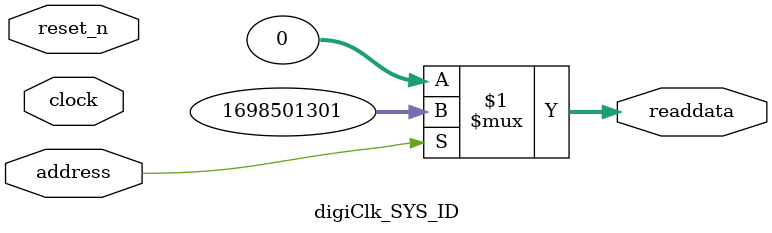
<source format=v>

`timescale 1ns / 1ps
// synthesis translate_on

// turn off superfluous verilog processor warnings 
// altera message_level Level1 
// altera message_off 10034 10035 10036 10037 10230 10240 10030 

module digiClk_SYS_ID (
               // inputs:
                address,
                clock,
                reset_n,

               // outputs:
                readdata
             )
;

  output  [ 31: 0] readdata;
  input            address;
  input            clock;
  input            reset_n;

  wire    [ 31: 0] readdata;
  //control_slave, which is an e_avalon_slave
  assign readdata = address ? 1698501301 : 0;

endmodule




</source>
